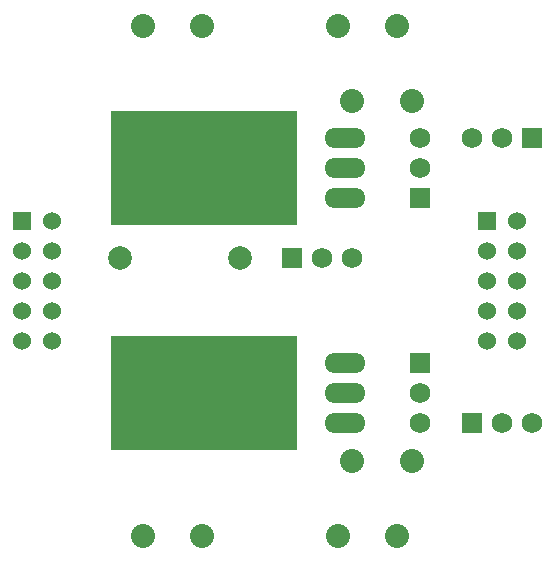
<source format=gts>
%FSLAX36Y36*%
G04 Gerber Fmt 3.6, Leading zero omitted, Abs format (unit inch)*
G04 Created by KiCad (PCBNEW (2014-jul-16 BZR unknown)-product) date Tue 27 Jan 2015 08:42:02 AM PST*
%MOIN*%
G01*
G04 APERTURE LIST*
%ADD10C,0.003937*%
%ADD11R,0.068000X0.068000*%
%ADD12C,0.068000*%
%ADD13R,0.060000X0.060000*%
%ADD14C,0.060000*%
%ADD15C,0.080000*%
%ADD16O,0.137800X0.066900*%
%ADD17R,0.620000X0.380000*%
%ADD18C,0.078700*%
G04 APERTURE END LIST*
D10*
D11*
X5000000Y-4850000D03*
D12*
X5100000Y-4850000D03*
X5200000Y-4850000D03*
D13*
X4100000Y-4725000D03*
D14*
X4200000Y-4725000D03*
X4100000Y-4825000D03*
X4200000Y-4825000D03*
X4100000Y-4925000D03*
X4200000Y-4925000D03*
X4100000Y-5025000D03*
X4200000Y-5025000D03*
X4100000Y-5125000D03*
X4200000Y-5125000D03*
D15*
X4501575Y-5775000D03*
X4698425Y-5775000D03*
X5151575Y-5775000D03*
X5348425Y-5775000D03*
X4698425Y-4075000D03*
X4501575Y-4075000D03*
X5348425Y-4075000D03*
X5151575Y-4075000D03*
D13*
X5650000Y-4725000D03*
D14*
X5750000Y-4725000D03*
X5650000Y-4825000D03*
X5750000Y-4825000D03*
X5650000Y-4925000D03*
X5750000Y-4925000D03*
X5650000Y-5025000D03*
X5750000Y-5025000D03*
X5650000Y-5125000D03*
X5750000Y-5125000D03*
D16*
X5175000Y-5300000D03*
X5175000Y-5400000D03*
X5175000Y-5200000D03*
D17*
X4705000Y-5300000D03*
D16*
X5175000Y-4550000D03*
X5175000Y-4650000D03*
X5175000Y-4450000D03*
D17*
X4705000Y-4550000D03*
D18*
X4825000Y-4850000D03*
X4425000Y-4850000D03*
D15*
X5199500Y-5525000D03*
X5400500Y-5525000D03*
X5199500Y-4325000D03*
X5400500Y-4325000D03*
D11*
X5425000Y-5200000D03*
D12*
X5425000Y-5300000D03*
X5425000Y-5400000D03*
D11*
X5600000Y-5400000D03*
D12*
X5700000Y-5400000D03*
X5800000Y-5400000D03*
D11*
X5800000Y-4450000D03*
D12*
X5700000Y-4450000D03*
X5600000Y-4450000D03*
D11*
X5425000Y-4650000D03*
D12*
X5425000Y-4550000D03*
X5425000Y-4450000D03*
M02*

</source>
